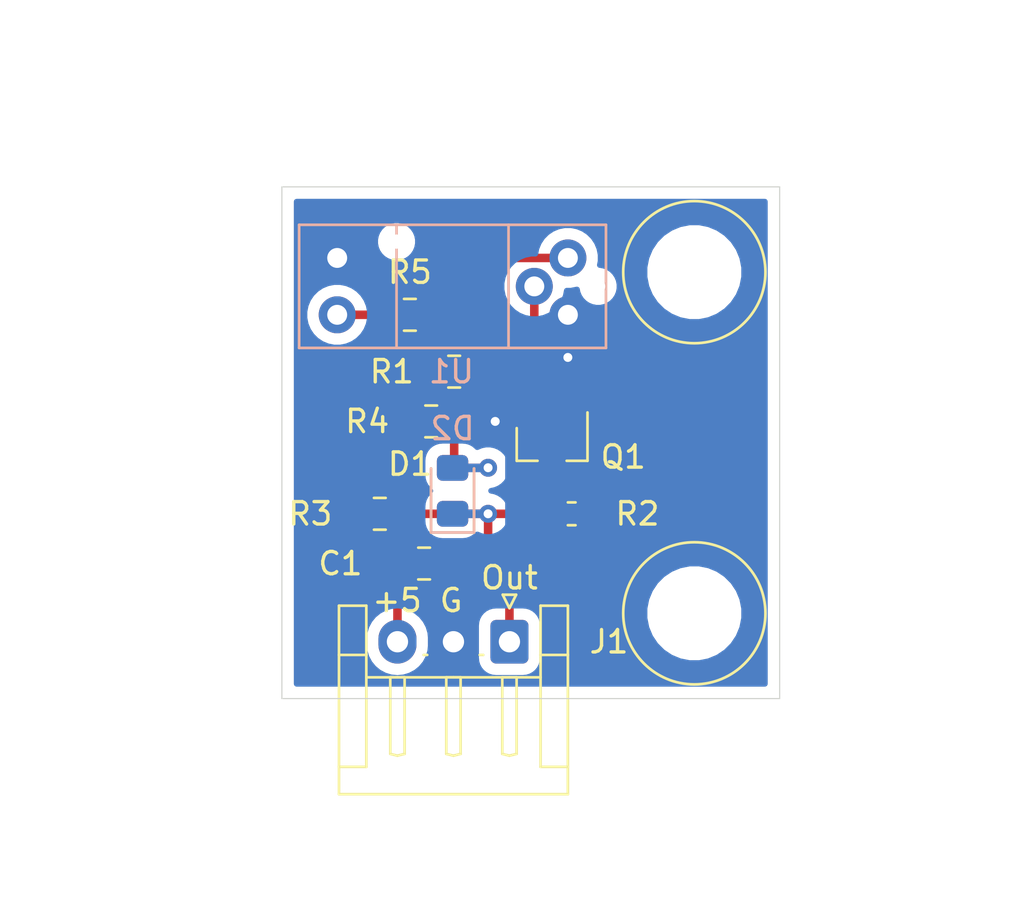
<source format=kicad_pcb>
(kicad_pcb (version 20171130) (host pcbnew "(5.1.5)-3")

  (general
    (thickness 1.6)
    (drawings 43)
    (tracks 61)
    (zones 0)
    (modules 13)
    (nets 7)
  )

  (page A4)
  (layers
    (0 F.Cu signal)
    (31 B.Cu signal)
    (32 B.Adhes user)
    (33 F.Adhes user)
    (34 B.Paste user)
    (35 F.Paste user)
    (36 B.SilkS user)
    (37 F.SilkS user)
    (38 B.Mask user)
    (39 F.Mask user)
    (40 Dwgs.User user)
    (41 Cmts.User user)
    (42 Eco1.User user)
    (43 Eco2.User user)
    (44 Edge.Cuts user)
    (45 Margin user)
    (46 B.CrtYd user)
    (47 F.CrtYd user hide)
    (48 B.Fab user hide)
    (49 F.Fab user hide)
  )

  (setup
    (last_trace_width 0.25)
    (user_trace_width 0.381)
    (trace_clearance 0.2)
    (zone_clearance 0.508)
    (zone_45_only no)
    (trace_min 0.2)
    (via_size 0.8)
    (via_drill 0.4)
    (via_min_size 0.4)
    (via_min_drill 0.3)
    (user_via 0.889 0.381)
    (uvia_size 0.3)
    (uvia_drill 0.1)
    (uvias_allowed no)
    (uvia_min_size 0.2)
    (uvia_min_drill 0.1)
    (edge_width 0.05)
    (segment_width 0.2)
    (pcb_text_width 0.3)
    (pcb_text_size 1.5 1.5)
    (mod_edge_width 0.12)
    (mod_text_size 1 1)
    (mod_text_width 0.15)
    (pad_size 3.175 3.175)
    (pad_drill 3.175)
    (pad_to_mask_clearance 0.051)
    (solder_mask_min_width 0.25)
    (aux_axis_origin 0 0)
    (grid_origin 139.065 63.5)
    (visible_elements 7FFFFFFF)
    (pcbplotparams
      (layerselection 0x010f0_ffffffff)
      (usegerberextensions false)
      (usegerberattributes false)
      (usegerberadvancedattributes false)
      (creategerberjobfile false)
      (excludeedgelayer true)
      (linewidth 0.100000)
      (plotframeref false)
      (viasonmask false)
      (mode 1)
      (useauxorigin false)
      (hpglpennumber 1)
      (hpglpenspeed 20)
      (hpglpendiameter 15.000000)
      (psnegative false)
      (psa4output false)
      (plotreference true)
      (plotvalue true)
      (plotinvisibletext false)
      (padsonsilk false)
      (subtractmaskfromsilk false)
      (outputformat 1)
      (mirror false)
      (drillshape 0)
      (scaleselection 1)
      (outputdirectory "./"))
  )

  (net 0 "")
  (net 1 GND)
  (net 2 +5V)
  (net 3 /Led+)
  (net 4 /Out)
  (net 5 /SensorOut)
  (net 6 /IntA)

  (net_class Default "This is the default net class."
    (clearance 0.2)
    (trace_width 0.25)
    (via_dia 0.8)
    (via_drill 0.4)
    (uvia_dia 0.3)
    (uvia_drill 0.1)
    (add_net +5V)
    (add_net /IntA)
    (add_net /Led+)
    (add_net /Out)
    (add_net /SensorOut)
    (add_net GND)
  )

  (module 0-MiscParts:OptoGP1A58HRJ00F (layer B.Cu) (tedit 5DE56C5D) (tstamp 5DE51686)
    (at 146.685 45.085 180)
    (path /5DE70797)
    (fp_text reference U1 (at 0.05 -3.81) (layer B.SilkS)
      (effects (font (size 1 1) (thickness 0.15)) (justify mirror))
    )
    (fp_text value OptoGP1A58HRJ00F (at 0 -4.55) (layer B.Fab)
      (effects (font (size 1 1) (thickness 0.15)) (justify mirror))
    )
    (fp_line (start 2.5 2.75) (end 2.5 -2.75) (layer B.SilkS) (width 0.12))
    (fp_line (start -2.5 2.75) (end -2.5 -2.75) (layer B.SilkS) (width 0.12))
    (fp_line (start -6.85 -2.75) (end -6.85 2.75) (layer B.SilkS) (width 0.12))
    (fp_line (start 6.85 -2.75) (end -6.85 -2.75) (layer B.SilkS) (width 0.12))
    (fp_line (start 6.85 2.75) (end 6.85 -2.75) (layer B.SilkS) (width 0.12))
    (fp_line (start -6.85 2.75) (end 6.85 2.75) (layer B.SilkS) (width 0.12))
    (pad "" np_thru_hole circle (at 2.5 2 180) (size 0.635 0.635) (drill 0.635) (layers *.Cu *.Mask))
    (pad "" np_thru_hole circle (at -6.5 0 180) (size 0.635 0.635) (drill 0.635) (layers *.Cu *.Mask))
    (pad 5 thru_hole circle (at -5.15 -1.27 180) (size 1.651 1.651) (drill 0.889) (layers *.Cu *.Mask)
      (net 1 GND))
    (pad 4 thru_hole circle (at -3.65 0 180) (size 1.651 1.651) (drill 0.889) (layers *.Cu *.Mask)
      (net 5 /SensorOut))
    (pad 3 thru_hole circle (at -5.15 1.27 180) (size 1.651 1.651) (drill 0.889) (layers *.Cu *.Mask)
      (net 2 +5V))
    (pad 2 thru_hole circle (at 5.15 1.27 180) (size 1.651 1.651) (drill 0.889) (layers *.Cu *.Mask)
      (net 1 GND))
    (pad 1 thru_hole circle (at 5.15 -1.27 180) (size 1.651 1.651) (drill 0.889) (layers *.Cu *.Mask)
      (net 6 /IntA))
  )

  (module Resistor_SMD:R_0805_2012Metric_Pad1.15x1.40mm_HandSolder (layer F.Cu) (tedit 5B36C52B) (tstamp 5DE51677)
    (at 144.78 46.355 180)
    (descr "Resistor SMD 0805 (2012 Metric), square (rectangular) end terminal, IPC_7351 nominal with elongated pad for handsoldering. (Body size source: https://docs.google.com/spreadsheets/d/1BsfQQcO9C6DZCsRaXUlFlo91Tg2WpOkGARC1WS5S8t0/edit?usp=sharing), generated with kicad-footprint-generator")
    (tags "resistor handsolder")
    (path /5DE787E1)
    (attr smd)
    (fp_text reference R5 (at 0 1.905) (layer F.SilkS)
      (effects (font (size 1 1) (thickness 0.15)))
    )
    (fp_text value R (at 0 1.65) (layer F.Fab)
      (effects (font (size 1 1) (thickness 0.15)))
    )
    (fp_text user %R (at 0 0) (layer F.Fab)
      (effects (font (size 0.5 0.5) (thickness 0.08)))
    )
    (fp_line (start 1.85 0.95) (end -1.85 0.95) (layer F.CrtYd) (width 0.05))
    (fp_line (start 1.85 -0.95) (end 1.85 0.95) (layer F.CrtYd) (width 0.05))
    (fp_line (start -1.85 -0.95) (end 1.85 -0.95) (layer F.CrtYd) (width 0.05))
    (fp_line (start -1.85 0.95) (end -1.85 -0.95) (layer F.CrtYd) (width 0.05))
    (fp_line (start -0.261252 0.71) (end 0.261252 0.71) (layer F.SilkS) (width 0.12))
    (fp_line (start -0.261252 -0.71) (end 0.261252 -0.71) (layer F.SilkS) (width 0.12))
    (fp_line (start 1 0.6) (end -1 0.6) (layer F.Fab) (width 0.1))
    (fp_line (start 1 -0.6) (end 1 0.6) (layer F.Fab) (width 0.1))
    (fp_line (start -1 -0.6) (end 1 -0.6) (layer F.Fab) (width 0.1))
    (fp_line (start -1 0.6) (end -1 -0.6) (layer F.Fab) (width 0.1))
    (pad 2 smd roundrect (at 1.025 0 180) (size 1.15 1.4) (layers F.Cu F.Paste F.Mask) (roundrect_rratio 0.217391)
      (net 6 /IntA))
    (pad 1 smd roundrect (at -1.025 0 180) (size 1.15 1.4) (layers F.Cu F.Paste F.Mask) (roundrect_rratio 0.217391)
      (net 2 +5V))
    (model ${KISYS3DMOD}/Resistor_SMD.3dshapes/R_0805_2012Metric.wrl
      (at (xyz 0 0 0))
      (scale (xyz 1 1 1))
      (rotate (xyz 0 0 0))
    )
  )

  (module LED_SMD:LED_0805_2012Metric_Pad1.15x1.40mm_HandSolder (layer B.Cu) (tedit 5B4B45C9) (tstamp 5DE51536)
    (at 146.685 54.22 90)
    (descr "LED SMD 0805 (2012 Metric), square (rectangular) end terminal, IPC_7351 nominal, (Body size source: https://docs.google.com/spreadsheets/d/1BsfQQcO9C6DZCsRaXUlFlo91Tg2WpOkGARC1WS5S8t0/edit?usp=sharing), generated with kicad-footprint-generator")
    (tags "LED handsolder")
    (path /5DE7E196)
    (attr smd)
    (fp_text reference D2 (at 2.785 0 180) (layer B.SilkS)
      (effects (font (size 1 1) (thickness 0.15)) (justify mirror))
    )
    (fp_text value LED (at 0 -1.65 90) (layer B.Fab)
      (effects (font (size 1 1) (thickness 0.15)) (justify mirror))
    )
    (fp_text user %R (at 0 0 90) (layer B.Fab)
      (effects (font (size 0.5 0.5) (thickness 0.08)) (justify mirror))
    )
    (fp_line (start 1.85 -0.95) (end -1.85 -0.95) (layer B.CrtYd) (width 0.05))
    (fp_line (start 1.85 0.95) (end 1.85 -0.95) (layer B.CrtYd) (width 0.05))
    (fp_line (start -1.85 0.95) (end 1.85 0.95) (layer B.CrtYd) (width 0.05))
    (fp_line (start -1.85 -0.95) (end -1.85 0.95) (layer B.CrtYd) (width 0.05))
    (fp_line (start -1.86 -0.96) (end 1 -0.96) (layer B.SilkS) (width 0.12))
    (fp_line (start -1.86 0.96) (end -1.86 -0.96) (layer B.SilkS) (width 0.12))
    (fp_line (start 1 0.96) (end -1.86 0.96) (layer B.SilkS) (width 0.12))
    (fp_line (start 1 -0.6) (end 1 0.6) (layer B.Fab) (width 0.1))
    (fp_line (start -1 -0.6) (end 1 -0.6) (layer B.Fab) (width 0.1))
    (fp_line (start -1 0.3) (end -1 -0.6) (layer B.Fab) (width 0.1))
    (fp_line (start -0.7 0.6) (end -1 0.3) (layer B.Fab) (width 0.1))
    (fp_line (start 1 0.6) (end -0.7 0.6) (layer B.Fab) (width 0.1))
    (pad 2 smd roundrect (at 1.025 0 90) (size 1.15 1.4) (layers B.Cu B.Paste B.Mask) (roundrect_rratio 0.217391)
      (net 3 /Led+))
    (pad 1 smd roundrect (at -1.025 0 90) (size 1.15 1.4) (layers B.Cu B.Paste B.Mask) (roundrect_rratio 0.217391)
      (net 4 /Out))
    (model ${KISYS3DMOD}/LED_SMD.3dshapes/LED_0805_2012Metric.wrl
      (at (xyz 0 0 0))
      (scale (xyz 1 1 1))
      (rotate (xyz 0 0 0))
    )
  )

  (module Resistor_SMD:R_0603_1608Metric_Pad1.05x0.95mm_HandSolder (layer F.Cu) (tedit 5B301BBD) (tstamp 5DE4E80C)
    (at 152.005 55.245)
    (descr "Resistor SMD 0603 (1608 Metric), square (rectangular) end terminal, IPC_7351 nominal with elongated pad for handsoldering. (Body size source: http://www.tortai-tech.com/upload/download/2011102023233369053.pdf), generated with kicad-footprint-generator")
    (tags "resistor handsolder")
    (path /5DE484AA)
    (attr smd)
    (fp_text reference R2 (at 2.935 0) (layer F.SilkS)
      (effects (font (size 1 1) (thickness 0.15)))
    )
    (fp_text value R (at 0 1.43) (layer F.Fab)
      (effects (font (size 1 1) (thickness 0.15)))
    )
    (fp_text user %R (at 0 0) (layer F.Fab)
      (effects (font (size 0.4 0.4) (thickness 0.06)))
    )
    (fp_line (start 1.65 0.73) (end -1.65 0.73) (layer F.CrtYd) (width 0.05))
    (fp_line (start 1.65 -0.73) (end 1.65 0.73) (layer F.CrtYd) (width 0.05))
    (fp_line (start -1.65 -0.73) (end 1.65 -0.73) (layer F.CrtYd) (width 0.05))
    (fp_line (start -1.65 0.73) (end -1.65 -0.73) (layer F.CrtYd) (width 0.05))
    (fp_line (start -0.171267 0.51) (end 0.171267 0.51) (layer F.SilkS) (width 0.12))
    (fp_line (start -0.171267 -0.51) (end 0.171267 -0.51) (layer F.SilkS) (width 0.12))
    (fp_line (start 0.8 0.4) (end -0.8 0.4) (layer F.Fab) (width 0.1))
    (fp_line (start 0.8 -0.4) (end 0.8 0.4) (layer F.Fab) (width 0.1))
    (fp_line (start -0.8 -0.4) (end 0.8 -0.4) (layer F.Fab) (width 0.1))
    (fp_line (start -0.8 0.4) (end -0.8 -0.4) (layer F.Fab) (width 0.1))
    (pad 2 smd roundrect (at 0.875 0) (size 1.05 0.95) (layers F.Cu F.Paste F.Mask) (roundrect_rratio 0.25)
      (net 5 /SensorOut))
    (pad 1 smd roundrect (at -0.875 0) (size 1.05 0.95) (layers F.Cu F.Paste F.Mask) (roundrect_rratio 0.25)
      (net 4 /Out))
    (model ${KISYS3DMOD}/Resistor_SMD.3dshapes/R_0603_1608Metric.wrl
      (at (xyz 0 0 0))
      (scale (xyz 1 1 1))
      (rotate (xyz 0 0 0))
    )
  )

  (module "0-MiscParts:MountingHole _1-8_1-4" (layer F.Cu) (tedit 5E22ED94) (tstamp 5DE51707)
    (at 157.48 44.45)
    (path /5DE64126)
    (fp_text reference H2 (at 0 2.032) (layer F.Fab)
      (effects (font (size 1 1) (thickness 0.15)))
    )
    (fp_text value MountingHole (at 0 -2.032) (layer F.Fab)
      (effects (font (size 1 1) (thickness 0.15)))
    )
    (fp_circle (center 0 0) (end 3.175 0) (layer F.SilkS) (width 0.12))
    (pad "" np_thru_hole circle (at 0 0) (size 3.175 3.175) (drill 3.175) (layers *.Cu *.Mask))
  )

  (module "0-MiscParts:MountingHole _1-8_1-4" (layer F.Cu) (tedit 5D5FAF04) (tstamp 5DE4F0AD)
    (at 157.48 59.69)
    (path /5DE63B03)
    (fp_text reference H1 (at 0 2.032) (layer F.Fab)
      (effects (font (size 1 1) (thickness 0.15)))
    )
    (fp_text value MountingHole (at 0 -2.032) (layer F.Fab)
      (effects (font (size 1 1) (thickness 0.15)))
    )
    (fp_circle (center 0 0) (end 3.175 0) (layer F.SilkS) (width 0.12))
    (pad "" np_thru_hole circle (at 0 0) (size 3.175 3.175) (drill 3.175) (layers *.Cu *.Mask))
  )

  (module Resistor_SMD:R_0805_2012Metric_Pad1.15x1.40mm_HandSolder (layer F.Cu) (tedit 5B36C52B) (tstamp 5DE4E7DC)
    (at 145.7325 51.1175)
    (descr "Resistor SMD 0805 (2012 Metric), square (rectangular) end terminal, IPC_7351 nominal with elongated pad for handsoldering. (Body size source: https://docs.google.com/spreadsheets/d/1BsfQQcO9C6DZCsRaXUlFlo91Tg2WpOkGARC1WS5S8t0/edit?usp=sharing), generated with kicad-footprint-generator")
    (tags "resistor handsolder")
    (path /5DE48C74)
    (attr smd)
    (fp_text reference R4 (at -2.8575 0) (layer F.SilkS)
      (effects (font (size 1 1) (thickness 0.15)))
    )
    (fp_text value R (at 0 1.65) (layer F.Fab)
      (effects (font (size 1 1) (thickness 0.15)))
    )
    (fp_text user %R (at 0 0) (layer F.Fab)
      (effects (font (size 0.5 0.5) (thickness 0.08)))
    )
    (fp_line (start 1.85 0.95) (end -1.85 0.95) (layer F.CrtYd) (width 0.05))
    (fp_line (start 1.85 -0.95) (end 1.85 0.95) (layer F.CrtYd) (width 0.05))
    (fp_line (start -1.85 -0.95) (end 1.85 -0.95) (layer F.CrtYd) (width 0.05))
    (fp_line (start -1.85 0.95) (end -1.85 -0.95) (layer F.CrtYd) (width 0.05))
    (fp_line (start -0.261252 0.71) (end 0.261252 0.71) (layer F.SilkS) (width 0.12))
    (fp_line (start -0.261252 -0.71) (end 0.261252 -0.71) (layer F.SilkS) (width 0.12))
    (fp_line (start 1 0.6) (end -1 0.6) (layer F.Fab) (width 0.1))
    (fp_line (start 1 -0.6) (end 1 0.6) (layer F.Fab) (width 0.1))
    (fp_line (start -1 -0.6) (end 1 -0.6) (layer F.Fab) (width 0.1))
    (fp_line (start -1 0.6) (end -1 -0.6) (layer F.Fab) (width 0.1))
    (pad 2 smd roundrect (at 1.025 0) (size 1.15 1.4) (layers F.Cu F.Paste F.Mask) (roundrect_rratio 0.217391)
      (net 3 /Led+))
    (pad 1 smd roundrect (at -1.025 0) (size 1.15 1.4) (layers F.Cu F.Paste F.Mask) (roundrect_rratio 0.217391)
      (net 2 +5V))
    (model ${KISYS3DMOD}/Resistor_SMD.3dshapes/R_0805_2012Metric.wrl
      (at (xyz 0 0 0))
      (scale (xyz 1 1 1))
      (rotate (xyz 0 0 0))
    )
  )

  (module Resistor_SMD:R_0805_2012Metric_Pad1.15x1.40mm_HandSolder (layer F.Cu) (tedit 5B36C52B) (tstamp 5DE4E86C)
    (at 143.4375 55.245)
    (descr "Resistor SMD 0805 (2012 Metric), square (rectangular) end terminal, IPC_7351 nominal with elongated pad for handsoldering. (Body size source: https://docs.google.com/spreadsheets/d/1BsfQQcO9C6DZCsRaXUlFlo91Tg2WpOkGARC1WS5S8t0/edit?usp=sharing), generated with kicad-footprint-generator")
    (tags "resistor handsolder")
    (path /5DE487CF)
    (attr smd)
    (fp_text reference R3 (at -3.1025 0) (layer F.SilkS)
      (effects (font (size 1 1) (thickness 0.15)))
    )
    (fp_text value R (at 0 1.65) (layer F.Fab)
      (effects (font (size 1 1) (thickness 0.15)))
    )
    (fp_text user %R (at 0 0) (layer F.Fab)
      (effects (font (size 0.5 0.5) (thickness 0.08)))
    )
    (fp_line (start 1.85 0.95) (end -1.85 0.95) (layer F.CrtYd) (width 0.05))
    (fp_line (start 1.85 -0.95) (end 1.85 0.95) (layer F.CrtYd) (width 0.05))
    (fp_line (start -1.85 -0.95) (end 1.85 -0.95) (layer F.CrtYd) (width 0.05))
    (fp_line (start -1.85 0.95) (end -1.85 -0.95) (layer F.CrtYd) (width 0.05))
    (fp_line (start -0.261252 0.71) (end 0.261252 0.71) (layer F.SilkS) (width 0.12))
    (fp_line (start -0.261252 -0.71) (end 0.261252 -0.71) (layer F.SilkS) (width 0.12))
    (fp_line (start 1 0.6) (end -1 0.6) (layer F.Fab) (width 0.1))
    (fp_line (start 1 -0.6) (end 1 0.6) (layer F.Fab) (width 0.1))
    (fp_line (start -1 -0.6) (end 1 -0.6) (layer F.Fab) (width 0.1))
    (fp_line (start -1 0.6) (end -1 -0.6) (layer F.Fab) (width 0.1))
    (pad 2 smd roundrect (at 1.025 0) (size 1.15 1.4) (layers F.Cu F.Paste F.Mask) (roundrect_rratio 0.217391)
      (net 4 /Out))
    (pad 1 smd roundrect (at -1.025 0) (size 1.15 1.4) (layers F.Cu F.Paste F.Mask) (roundrect_rratio 0.217391)
      (net 2 +5V))
    (model ${KISYS3DMOD}/Resistor_SMD.3dshapes/R_0805_2012Metric.wrl
      (at (xyz 0 0 0))
      (scale (xyz 1 1 1))
      (rotate (xyz 0 0 0))
    )
  )

  (module Resistor_SMD:R_0805_2012Metric_Pad1.15x1.40mm_HandSolder (layer F.Cu) (tedit 5B36C52B) (tstamp 5DE4E8F9)
    (at 146.7575 48.895)
    (descr "Resistor SMD 0805 (2012 Metric), square (rectangular) end terminal, IPC_7351 nominal with elongated pad for handsoldering. (Body size source: https://docs.google.com/spreadsheets/d/1BsfQQcO9C6DZCsRaXUlFlo91Tg2WpOkGARC1WS5S8t0/edit?usp=sharing), generated with kicad-footprint-generator")
    (tags "resistor handsolder")
    (path /5DE49315)
    (attr smd)
    (fp_text reference R1 (at -2.785 0) (layer F.SilkS)
      (effects (font (size 1 1) (thickness 0.15)))
    )
    (fp_text value R (at 0 1.65) (layer F.Fab)
      (effects (font (size 1 1) (thickness 0.15)))
    )
    (fp_text user %R (at 0 0) (layer F.Fab)
      (effects (font (size 0.5 0.5) (thickness 0.08)))
    )
    (fp_line (start 1.85 0.95) (end -1.85 0.95) (layer F.CrtYd) (width 0.05))
    (fp_line (start 1.85 -0.95) (end 1.85 0.95) (layer F.CrtYd) (width 0.05))
    (fp_line (start -1.85 -0.95) (end 1.85 -0.95) (layer F.CrtYd) (width 0.05))
    (fp_line (start -1.85 0.95) (end -1.85 -0.95) (layer F.CrtYd) (width 0.05))
    (fp_line (start -0.261252 0.71) (end 0.261252 0.71) (layer F.SilkS) (width 0.12))
    (fp_line (start -0.261252 -0.71) (end 0.261252 -0.71) (layer F.SilkS) (width 0.12))
    (fp_line (start 1 0.6) (end -1 0.6) (layer F.Fab) (width 0.1))
    (fp_line (start 1 -0.6) (end 1 0.6) (layer F.Fab) (width 0.1))
    (fp_line (start -1 -0.6) (end 1 -0.6) (layer F.Fab) (width 0.1))
    (fp_line (start -1 0.6) (end -1 -0.6) (layer F.Fab) (width 0.1))
    (pad 2 smd roundrect (at 1.025 0) (size 1.15 1.4) (layers F.Cu F.Paste F.Mask) (roundrect_rratio 0.217391)
      (net 5 /SensorOut))
    (pad 1 smd roundrect (at -1.025 0) (size 1.15 1.4) (layers F.Cu F.Paste F.Mask) (roundrect_rratio 0.217391)
      (net 2 +5V))
    (model ${KISYS3DMOD}/Resistor_SMD.3dshapes/R_0805_2012Metric.wrl
      (at (xyz 0 0 0))
      (scale (xyz 1 1 1))
      (rotate (xyz 0 0 0))
    )
  )

  (module Package_TO_SOT_SMD:SOT-23 (layer F.Cu) (tedit 5A02FF57) (tstamp 5DE4E8A0)
    (at 151.13 52.1175 270)
    (descr "SOT-23, Standard")
    (tags SOT-23)
    (path /5DE47943)
    (attr smd)
    (fp_text reference Q1 (at 0.5875 -3.175 180) (layer F.SilkS)
      (effects (font (size 1 1) (thickness 0.15)))
    )
    (fp_text value Q_NMOS_GSD (at 0 2.5 90) (layer F.Fab)
      (effects (font (size 1 1) (thickness 0.15)))
    )
    (fp_line (start 0.76 1.58) (end -0.7 1.58) (layer F.SilkS) (width 0.12))
    (fp_line (start 0.76 -1.58) (end -1.4 -1.58) (layer F.SilkS) (width 0.12))
    (fp_line (start -1.7 1.75) (end -1.7 -1.75) (layer F.CrtYd) (width 0.05))
    (fp_line (start 1.7 1.75) (end -1.7 1.75) (layer F.CrtYd) (width 0.05))
    (fp_line (start 1.7 -1.75) (end 1.7 1.75) (layer F.CrtYd) (width 0.05))
    (fp_line (start -1.7 -1.75) (end 1.7 -1.75) (layer F.CrtYd) (width 0.05))
    (fp_line (start 0.76 -1.58) (end 0.76 -0.65) (layer F.SilkS) (width 0.12))
    (fp_line (start 0.76 1.58) (end 0.76 0.65) (layer F.SilkS) (width 0.12))
    (fp_line (start -0.7 1.52) (end 0.7 1.52) (layer F.Fab) (width 0.1))
    (fp_line (start 0.7 -1.52) (end 0.7 1.52) (layer F.Fab) (width 0.1))
    (fp_line (start -0.7 -0.95) (end -0.15 -1.52) (layer F.Fab) (width 0.1))
    (fp_line (start -0.15 -1.52) (end 0.7 -1.52) (layer F.Fab) (width 0.1))
    (fp_line (start -0.7 -0.95) (end -0.7 1.5) (layer F.Fab) (width 0.1))
    (fp_text user %R (at 0 0) (layer F.Fab)
      (effects (font (size 0.5 0.5) (thickness 0.075)))
    )
    (pad 3 smd rect (at 1 0 270) (size 0.9 0.8) (layers F.Cu F.Paste F.Mask)
      (net 4 /Out))
    (pad 2 smd rect (at -1 0.95 270) (size 0.9 0.8) (layers F.Cu F.Paste F.Mask)
      (net 1 GND))
    (pad 1 smd rect (at -1 -0.95 270) (size 0.9 0.8) (layers F.Cu F.Paste F.Mask)
      (net 5 /SensorOut))
    (model ${KISYS3DMOD}/Package_TO_SOT_SMD.3dshapes/SOT-23.wrl
      (at (xyz 0 0 0))
      (scale (xyz 1 1 1))
      (rotate (xyz 0 0 0))
    )
  )

  (module Connector_JST:JST_EH_S3B-EH_1x03_P2.50mm_Horizontal (layer F.Cu) (tedit 5C281425) (tstamp 5DE4E39F)
    (at 149.225 60.96 180)
    (descr "JST EH series connector, S3B-EH (http://www.jst-mfg.com/product/pdf/eng/eEH.pdf), generated with kicad-footprint-generator")
    (tags "connector JST EH horizontal")
    (path /5DE4A403)
    (fp_text reference J1 (at -4.445 0) (layer F.SilkS)
      (effects (font (size 1 1) (thickness 0.15)))
    )
    (fp_text value Conn_01x03 (at 2.5 2.7) (layer F.Fab)
      (effects (font (size 1 1) (thickness 0.15)))
    )
    (fp_text user %R (at 2.5 -2.6) (layer F.Fab)
      (effects (font (size 1 1) (thickness 0.15)))
    )
    (fp_line (start 0 -1.407107) (end 0.5 -0.7) (layer F.Fab) (width 0.1))
    (fp_line (start -0.5 -0.7) (end 0 -1.407107) (layer F.Fab) (width 0.1))
    (fp_line (start 0.3 2.1) (end 0 1.5) (layer F.SilkS) (width 0.12))
    (fp_line (start -0.3 2.1) (end 0.3 2.1) (layer F.SilkS) (width 0.12))
    (fp_line (start 0 1.5) (end -0.3 2.1) (layer F.SilkS) (width 0.12))
    (fp_line (start 5.32 -1.59) (end 5 -1.59) (layer F.SilkS) (width 0.12))
    (fp_line (start 5.32 -5.01) (end 5.32 -1.59) (layer F.SilkS) (width 0.12))
    (fp_line (start 5 -5.09) (end 5.32 -5.01) (layer F.SilkS) (width 0.12))
    (fp_line (start 4.68 -5.01) (end 5 -5.09) (layer F.SilkS) (width 0.12))
    (fp_line (start 4.68 -1.59) (end 4.68 -5.01) (layer F.SilkS) (width 0.12))
    (fp_line (start 5 -1.59) (end 4.68 -1.59) (layer F.SilkS) (width 0.12))
    (fp_line (start 3.67 -0.59) (end 3.83 -0.59) (layer F.SilkS) (width 0.12))
    (fp_line (start 2.82 -1.59) (end 2.5 -1.59) (layer F.SilkS) (width 0.12))
    (fp_line (start 2.82 -5.01) (end 2.82 -1.59) (layer F.SilkS) (width 0.12))
    (fp_line (start 2.5 -5.09) (end 2.82 -5.01) (layer F.SilkS) (width 0.12))
    (fp_line (start 2.18 -5.01) (end 2.5 -5.09) (layer F.SilkS) (width 0.12))
    (fp_line (start 2.18 -1.59) (end 2.18 -5.01) (layer F.SilkS) (width 0.12))
    (fp_line (start 2.5 -1.59) (end 2.18 -1.59) (layer F.SilkS) (width 0.12))
    (fp_line (start 1.17 -0.59) (end 1.33 -0.59) (layer F.SilkS) (width 0.12))
    (fp_line (start 0.32 -1.59) (end 0 -1.59) (layer F.SilkS) (width 0.12))
    (fp_line (start 0.32 -5.01) (end 0.32 -1.59) (layer F.SilkS) (width 0.12))
    (fp_line (start 0 -5.09) (end 0.32 -5.01) (layer F.SilkS) (width 0.12))
    (fp_line (start -0.32 -5.01) (end 0 -5.09) (layer F.SilkS) (width 0.12))
    (fp_line (start -0.32 -1.59) (end -0.32 -5.01) (layer F.SilkS) (width 0.12))
    (fp_line (start 0 -1.59) (end -0.32 -1.59) (layer F.SilkS) (width 0.12))
    (fp_line (start -1.39 -1.59) (end 6.39 -1.59) (layer F.SilkS) (width 0.12))
    (fp_line (start 6.39 -0.59) (end 7.61 -0.59) (layer F.SilkS) (width 0.12))
    (fp_line (start 6.39 -5.59) (end 6.39 -0.59) (layer F.SilkS) (width 0.12))
    (fp_line (start 7.61 -5.59) (end 6.39 -5.59) (layer F.SilkS) (width 0.12))
    (fp_line (start -1.39 -0.59) (end -2.61 -0.59) (layer F.SilkS) (width 0.12))
    (fp_line (start -1.39 -5.59) (end -1.39 -0.59) (layer F.SilkS) (width 0.12))
    (fp_line (start -2.61 -5.59) (end -1.39 -5.59) (layer F.SilkS) (width 0.12))
    (fp_line (start 6.39 1.61) (end 6.39 -0.59) (layer F.SilkS) (width 0.12))
    (fp_line (start 7.61 1.61) (end 6.39 1.61) (layer F.SilkS) (width 0.12))
    (fp_line (start 7.61 -6.81) (end 7.61 1.61) (layer F.SilkS) (width 0.12))
    (fp_line (start -2.61 -6.81) (end 7.61 -6.81) (layer F.SilkS) (width 0.12))
    (fp_line (start -2.61 1.61) (end -2.61 -6.81) (layer F.SilkS) (width 0.12))
    (fp_line (start -1.39 1.61) (end -2.61 1.61) (layer F.SilkS) (width 0.12))
    (fp_line (start -1.39 -0.59) (end -1.39 1.61) (layer F.SilkS) (width 0.12))
    (fp_line (start 8 -7.2) (end -3 -7.2) (layer F.CrtYd) (width 0.05))
    (fp_line (start 8 2) (end 8 -7.2) (layer F.CrtYd) (width 0.05))
    (fp_line (start -3 2) (end 8 2) (layer F.CrtYd) (width 0.05))
    (fp_line (start -3 -7.2) (end -3 2) (layer F.CrtYd) (width 0.05))
    (fp_line (start 6.5 -0.7) (end -1.5 -0.7) (layer F.Fab) (width 0.1))
    (fp_line (start 6.5 1.5) (end 6.5 -0.7) (layer F.Fab) (width 0.1))
    (fp_line (start 7.5 1.5) (end 6.5 1.5) (layer F.Fab) (width 0.1))
    (fp_line (start 7.5 -6.7) (end 7.5 1.5) (layer F.Fab) (width 0.1))
    (fp_line (start -2.5 -6.7) (end 7.5 -6.7) (layer F.Fab) (width 0.1))
    (fp_line (start -2.5 1.5) (end -2.5 -6.7) (layer F.Fab) (width 0.1))
    (fp_line (start -1.5 1.5) (end -2.5 1.5) (layer F.Fab) (width 0.1))
    (fp_line (start -1.5 -0.7) (end -1.5 1.5) (layer F.Fab) (width 0.1))
    (pad 3 thru_hole oval (at 5 0 180) (size 1.7 1.95) (drill 0.95) (layers *.Cu *.Mask)
      (net 2 +5V))
    (pad 2 thru_hole oval (at 2.5 0 180) (size 1.7 1.95) (drill 0.95) (layers *.Cu *.Mask)
      (net 1 GND))
    (pad 1 thru_hole roundrect (at 0 0 180) (size 1.7 1.95) (drill 0.95) (layers *.Cu *.Mask) (roundrect_rratio 0.147059)
      (net 4 /Out))
    (model ${KISYS3DMOD}/Connector_JST.3dshapes/JST_EH_S3B-EH_1x03_P2.50mm_Horizontal.wrl
      (at (xyz 0 0 0))
      (scale (xyz 1 1 1))
      (rotate (xyz 0 0 0))
    )
  )

  (module LED_SMD:LED_0805_2012Metric_Pad1.15x1.40mm_HandSolder (layer F.Cu) (tedit 5B4B45C9) (tstamp 5DE4E364)
    (at 146.685 54.22 90)
    (descr "LED SMD 0805 (2012 Metric), square (rectangular) end terminal, IPC_7351 nominal, (Body size source: https://docs.google.com/spreadsheets/d/1BsfQQcO9C6DZCsRaXUlFlo91Tg2WpOkGARC1WS5S8t0/edit?usp=sharing), generated with kicad-footprint-generator")
    (tags "LED handsolder")
    (path /5DE4975F)
    (attr smd)
    (fp_text reference D1 (at 1.1975 -1.905 180) (layer F.SilkS)
      (effects (font (size 1 1) (thickness 0.15)))
    )
    (fp_text value LED (at 0 1.65 90) (layer F.Fab)
      (effects (font (size 1 1) (thickness 0.15)))
    )
    (fp_text user %R (at 0 0 90) (layer F.Fab)
      (effects (font (size 0.5 0.5) (thickness 0.08)))
    )
    (fp_line (start 1.85 0.95) (end -1.85 0.95) (layer F.CrtYd) (width 0.05))
    (fp_line (start 1.85 -0.95) (end 1.85 0.95) (layer F.CrtYd) (width 0.05))
    (fp_line (start -1.85 -0.95) (end 1.85 -0.95) (layer F.CrtYd) (width 0.05))
    (fp_line (start -1.85 0.95) (end -1.85 -0.95) (layer F.CrtYd) (width 0.05))
    (fp_line (start -1.86 0.96) (end 1 0.96) (layer F.SilkS) (width 0.12))
    (fp_line (start -1.86 -0.96) (end -1.86 0.96) (layer F.SilkS) (width 0.12))
    (fp_line (start 1 -0.96) (end -1.86 -0.96) (layer F.SilkS) (width 0.12))
    (fp_line (start 1 0.6) (end 1 -0.6) (layer F.Fab) (width 0.1))
    (fp_line (start -1 0.6) (end 1 0.6) (layer F.Fab) (width 0.1))
    (fp_line (start -1 -0.3) (end -1 0.6) (layer F.Fab) (width 0.1))
    (fp_line (start -0.7 -0.6) (end -1 -0.3) (layer F.Fab) (width 0.1))
    (fp_line (start 1 -0.6) (end -0.7 -0.6) (layer F.Fab) (width 0.1))
    (pad 2 smd roundrect (at 1.025 0 90) (size 1.15 1.4) (layers F.Cu F.Paste F.Mask) (roundrect_rratio 0.217391)
      (net 3 /Led+))
    (pad 1 smd roundrect (at -1.025 0 90) (size 1.15 1.4) (layers F.Cu F.Paste F.Mask) (roundrect_rratio 0.217391)
      (net 4 /Out))
    (model ${KISYS3DMOD}/LED_SMD.3dshapes/LED_0805_2012Metric.wrl
      (at (xyz 0 0 0))
      (scale (xyz 1 1 1))
      (rotate (xyz 0 0 0))
    )
  )

  (module Capacitor_SMD:C_0805_2012Metric_Pad1.15x1.40mm_HandSolder (layer F.Cu) (tedit 5B36C52B) (tstamp 5DE4E7AC)
    (at 145.415 57.4675)
    (descr "Capacitor SMD 0805 (2012 Metric), square (rectangular) end terminal, IPC_7351 nominal with elongated pad for handsoldering. (Body size source: https://docs.google.com/spreadsheets/d/1BsfQQcO9C6DZCsRaXUlFlo91Tg2WpOkGARC1WS5S8t0/edit?usp=sharing), generated with kicad-footprint-generator")
    (tags "capacitor handsolder")
    (path /5DE480D5)
    (attr smd)
    (fp_text reference C1 (at -3.7375 0) (layer F.SilkS)
      (effects (font (size 1 1) (thickness 0.15)))
    )
    (fp_text value C (at 0 1.65) (layer F.Fab)
      (effects (font (size 1 1) (thickness 0.15)))
    )
    (fp_text user %R (at 0 0) (layer F.Fab)
      (effects (font (size 0.5 0.5) (thickness 0.08)))
    )
    (fp_line (start 1.85 0.95) (end -1.85 0.95) (layer F.CrtYd) (width 0.05))
    (fp_line (start 1.85 -0.95) (end 1.85 0.95) (layer F.CrtYd) (width 0.05))
    (fp_line (start -1.85 -0.95) (end 1.85 -0.95) (layer F.CrtYd) (width 0.05))
    (fp_line (start -1.85 0.95) (end -1.85 -0.95) (layer F.CrtYd) (width 0.05))
    (fp_line (start -0.261252 0.71) (end 0.261252 0.71) (layer F.SilkS) (width 0.12))
    (fp_line (start -0.261252 -0.71) (end 0.261252 -0.71) (layer F.SilkS) (width 0.12))
    (fp_line (start 1 0.6) (end -1 0.6) (layer F.Fab) (width 0.1))
    (fp_line (start 1 -0.6) (end 1 0.6) (layer F.Fab) (width 0.1))
    (fp_line (start -1 -0.6) (end 1 -0.6) (layer F.Fab) (width 0.1))
    (fp_line (start -1 0.6) (end -1 -0.6) (layer F.Fab) (width 0.1))
    (pad 2 smd roundrect (at 1.025 0) (size 1.15 1.4) (layers F.Cu F.Paste F.Mask) (roundrect_rratio 0.217391)
      (net 1 GND))
    (pad 1 smd roundrect (at -1.025 0) (size 1.15 1.4) (layers F.Cu F.Paste F.Mask) (roundrect_rratio 0.217391)
      (net 2 +5V))
    (model ${KISYS3DMOD}/Capacitor_SMD.3dshapes/C_0805_2012Metric.wrl
      (at (xyz 0 0 0))
      (scale (xyz 1 1 1))
      (rotate (xyz 0 0 0))
    )
  )

  (dimension 1.905 (width 0.15) (layer Dwgs.User)
    (gr_text "0.0750 in" (at 138.1125 35.53) (layer Dwgs.User)
      (effects (font (size 1 1) (thickness 0.15)))
    )
    (feature1 (pts (xy 137.16 41.91) (xy 137.16 36.243579)))
    (feature2 (pts (xy 139.065 41.91) (xy 139.065 36.243579)))
    (crossbar (pts (xy 139.065 36.83) (xy 137.16 36.83)))
    (arrow1a (pts (xy 137.16 36.83) (xy 138.286504 36.243579)))
    (arrow1b (pts (xy 137.16 36.83) (xy 138.286504 37.416421)))
    (arrow2a (pts (xy 139.065 36.83) (xy 137.938496 36.243579)))
    (arrow2b (pts (xy 139.065 36.83) (xy 137.938496 37.416421)))
  )
  (dimension 17.145 (width 0.15) (layer Dwgs.User)
    (gr_text "0.6750 in" (at 145.7325 38.07) (layer Dwgs.User)
      (effects (font (size 1 1) (thickness 0.15)))
    )
    (feature1 (pts (xy 154.305 41.91) (xy 154.305 38.783579)))
    (feature2 (pts (xy 137.16 41.91) (xy 137.16 38.783579)))
    (crossbar (pts (xy 137.16 39.37) (xy 154.305 39.37)))
    (arrow1a (pts (xy 154.305 39.37) (xy 153.178496 39.956421)))
    (arrow1b (pts (xy 154.305 39.37) (xy 153.178496 38.783579)))
    (arrow2a (pts (xy 137.16 39.37) (xy 138.286504 39.956421)))
    (arrow2b (pts (xy 137.16 39.37) (xy 138.286504 38.783579)))
  )
  (dimension 9.525 (width 0.15) (layer Dwgs.User)
    (gr_text "0.3750 in" (at 132.05 43.4975 270) (layer Dwgs.User)
      (effects (font (size 1 1) (thickness 0.15)))
    )
    (feature1 (pts (xy 139.065 48.26) (xy 132.763579 48.26)))
    (feature2 (pts (xy 139.065 38.735) (xy 132.763579 38.735)))
    (crossbar (pts (xy 133.35 38.735) (xy 133.35 48.26)))
    (arrow1a (pts (xy 133.35 48.26) (xy 132.763579 47.133496)))
    (arrow1b (pts (xy 133.35 48.26) (xy 133.936421 47.133496)))
    (arrow2a (pts (xy 133.35 38.735) (xy 132.763579 39.861504)))
    (arrow2b (pts (xy 133.35 38.735) (xy 133.936421 39.861504)))
  )
  (dimension 3.175 (width 0.15) (layer Dwgs.User)
    (gr_text "0.1250 in" (at 130.145 40.3225 270) (layer Dwgs.User)
      (effects (font (size 1 1) (thickness 0.15)))
    )
    (feature1 (pts (xy 137.16 41.91) (xy 130.858579 41.91)))
    (feature2 (pts (xy 137.16 38.735) (xy 130.858579 38.735)))
    (crossbar (pts (xy 131.445 38.735) (xy 131.445 41.91)))
    (arrow1a (pts (xy 131.445 41.91) (xy 130.858579 40.783496)))
    (arrow1b (pts (xy 131.445 41.91) (xy 132.031421 40.783496)))
    (arrow2a (pts (xy 131.445 38.735) (xy 130.858579 39.861504)))
    (arrow2b (pts (xy 131.445 38.735) (xy 132.031421 39.861504)))
  )
  (gr_line (start 139.065 41.91) (end 139.065 48.26) (layer Dwgs.User) (width 0.15) (tstamp 5EFD83FF))
  (gr_line (start 154.305 48.26) (end 154.305 41.91) (layer Dwgs.User) (width 0.15))
  (gr_line (start 139.065 48.26) (end 154.305 48.26) (layer Dwgs.User) (width 0.15))
  (dimension 6.35 (width 0.15) (layer Dwgs.User)
    (gr_text "0.2500 in" (at 130.78 62.23 90) (layer Dwgs.User)
      (effects (font (size 1 1) (thickness 0.15)))
    )
    (feature1 (pts (xy 137.16 59.055) (xy 131.493579 59.055)))
    (feature2 (pts (xy 137.16 65.405) (xy 131.493579 65.405)))
    (crossbar (pts (xy 132.08 65.405) (xy 132.08 59.055)))
    (arrow1a (pts (xy 132.08 59.055) (xy 132.666421 60.181504)))
    (arrow1b (pts (xy 132.08 59.055) (xy 131.493579 60.181504)))
    (arrow2a (pts (xy 132.08 65.405) (xy 132.666421 64.278496)))
    (arrow2b (pts (xy 132.08 65.405) (xy 131.493579 64.278496)))
  )
  (dimension 5.715 (width 0.15) (layer Dwgs.User)
    (gr_text "0.2250 in" (at 160.3375 67.975) (layer Dwgs.User)
      (effects (font (size 1 1) (thickness 0.15)))
    )
    (feature1 (pts (xy 163.195 64.135) (xy 163.195 67.261421)))
    (feature2 (pts (xy 157.48 64.135) (xy 157.48 67.261421)))
    (crossbar (pts (xy 157.48 66.675) (xy 163.195 66.675)))
    (arrow1a (pts (xy 163.195 66.675) (xy 162.068496 67.261421)))
    (arrow1b (pts (xy 163.195 66.675) (xy 162.068496 66.088579)))
    (arrow2a (pts (xy 157.48 66.675) (xy 158.606504 67.261421)))
    (arrow2b (pts (xy 157.48 66.675) (xy 158.606504 66.088579)))
  )
  (dimension 10.795 (width 0.15) (layer Dwgs.User)
    (gr_text "0.4250 in" (at 157.7975 73.69) (layer Dwgs.User)
      (effects (font (size 1 1) (thickness 0.15)))
    )
    (feature1 (pts (xy 163.195 65.405) (xy 163.195 72.976421)))
    (feature2 (pts (xy 152.4 65.405) (xy 152.4 72.976421)))
    (crossbar (pts (xy 152.4 72.39) (xy 163.195 72.39)))
    (arrow1a (pts (xy 163.195 72.39) (xy 162.068496 72.976421)))
    (arrow1b (pts (xy 163.195 72.39) (xy 162.068496 71.803579)))
    (arrow2a (pts (xy 152.4 72.39) (xy 153.526504 72.976421)))
    (arrow2b (pts (xy 152.4 72.39) (xy 153.526504 71.803579)))
  )
  (dimension 3.81 (width 0.15) (layer Dwgs.User)
    (gr_text "0.1500 in" (at 139.065 73.69) (layer Dwgs.User)
      (effects (font (size 1 1) (thickness 0.15)))
    )
    (feature1 (pts (xy 140.97 65.405) (xy 140.97 72.976421)))
    (feature2 (pts (xy 137.16 65.405) (xy 137.16 72.976421)))
    (crossbar (pts (xy 137.16 72.39) (xy 140.97 72.39)))
    (arrow1a (pts (xy 140.97 72.39) (xy 139.843496 72.976421)))
    (arrow1b (pts (xy 140.97 72.39) (xy 139.843496 71.803579)))
    (arrow2a (pts (xy 137.16 72.39) (xy 138.286504 72.976421)))
    (arrow2b (pts (xy 137.16 72.39) (xy 138.286504 71.803579)))
  )
  (dimension 26.67 (width 0.15) (layer Dwgs.User)
    (gr_text "1.0500 in" (at 170.845 52.07 270) (layer Dwgs.User)
      (effects (font (size 1 1) (thickness 0.15)))
    )
    (feature1 (pts (xy 163.195 65.405) (xy 170.131421 65.405)))
    (feature2 (pts (xy 163.195 38.735) (xy 170.131421 38.735)))
    (crossbar (pts (xy 169.545 38.735) (xy 169.545 65.405)))
    (arrow1a (pts (xy 169.545 65.405) (xy 168.958579 64.278496)))
    (arrow1b (pts (xy 169.545 65.405) (xy 170.131421 64.278496)))
    (arrow2a (pts (xy 169.545 38.735) (xy 168.958579 39.861504)))
    (arrow2b (pts (xy 169.545 38.735) (xy 170.131421 39.861504)))
  )
  (dimension 26.035 (width 0.15) (layer Dwgs.User)
    (gr_text "1.0250 in" (at 150.1775 32.99) (layer Dwgs.User)
      (effects (font (size 1 1) (thickness 0.15)))
    )
    (feature1 (pts (xy 163.195 38.735) (xy 163.195 33.703579)))
    (feature2 (pts (xy 137.16 38.735) (xy 137.16 33.703579)))
    (crossbar (pts (xy 137.16 34.29) (xy 163.195 34.29)))
    (arrow1a (pts (xy 163.195 34.29) (xy 162.068496 34.876421)))
    (arrow1b (pts (xy 163.195 34.29) (xy 162.068496 33.703579)))
    (arrow2a (pts (xy 137.16 34.29) (xy 138.286504 34.876421)))
    (arrow2b (pts (xy 137.16 34.29) (xy 138.286504 33.703579)))
  )
  (gr_line (start 137.16 65.405) (end 140.97 65.405) (layer Dwgs.User) (width 0.15))
  (gr_line (start 137.16 38.735) (end 137.16 65.405) (layer Dwgs.User) (width 0.15))
  (gr_line (start 163.195 38.735) (end 137.16 38.735) (layer Dwgs.User) (width 0.15))
  (gr_line (start 163.195 65.405) (end 163.195 38.735) (layer Dwgs.User) (width 0.15))
  (gr_line (start 152.4 65.405) (end 163.195 65.405) (layer Dwgs.User) (width 0.15))
  (gr_line (start 152.4 62.23) (end 152.4 65.405) (layer Dwgs.User) (width 0.15))
  (gr_line (start 140.97 62.23) (end 140.335 62.23) (layer Dwgs.User) (width 0.15))
  (gr_line (start 140.97 59.055) (end 140.97 65.405) (layer Dwgs.User) (width 0.15))
  (gr_line (start 152.4 59.055) (end 152.4 62.23) (layer Dwgs.User) (width 0.15))
  (gr_line (start 140.97 59.055) (end 152.4 59.055) (layer Dwgs.User) (width 0.15))
  (dimension 19.685 (width 0.15) (layer Dwgs.User)
    (gr_text "0.7750 in" (at 150.1775 71.15) (layer Dwgs.User)
      (effects (font (size 1 1) (thickness 0.15)))
    )
    (feature1 (pts (xy 160.02 62.23) (xy 160.02 70.436421)))
    (feature2 (pts (xy 140.335 62.23) (xy 140.335 70.436421)))
    (crossbar (pts (xy 140.335 69.85) (xy 160.02 69.85)))
    (arrow1a (pts (xy 160.02 69.85) (xy 158.893496 70.436421)))
    (arrow1b (pts (xy 160.02 69.85) (xy 158.893496 69.263579)))
    (arrow2a (pts (xy 140.335 69.85) (xy 141.461504 70.436421)))
    (arrow2b (pts (xy 140.335 69.85) (xy 141.461504 69.263579)))
  )
  (dimension 20.32 (width 0.15) (layer Dwgs.User)
    (gr_text "0.8000 in" (at 133.32 52.07 270) (layer Dwgs.User)
      (effects (font (size 1 1) (thickness 0.15)))
    )
    (feature1 (pts (xy 140.335 62.23) (xy 134.033579 62.23)))
    (feature2 (pts (xy 140.335 41.91) (xy 134.033579 41.91)))
    (crossbar (pts (xy 134.62 41.91) (xy 134.62 62.23)))
    (arrow1a (pts (xy 134.62 62.23) (xy 134.033579 61.103496)))
    (arrow1b (pts (xy 134.62 62.23) (xy 135.206421 61.103496)))
    (arrow2a (pts (xy 134.62 41.91) (xy 134.033579 43.036504)))
    (arrow2b (pts (xy 134.62 41.91) (xy 135.206421 43.036504)))
  )
  (gr_line (start 140.335 62.23) (end 140.335 41.91) (layer Dwgs.User) (width 0.15) (tstamp 5EFCD60C))
  (gr_line (start 160.02 62.23) (end 152.4 62.23) (layer Dwgs.User) (width 0.15))
  (gr_line (start 160.02 41.91) (end 160.02 62.23) (layer Dwgs.User) (width 0.15))
  (gr_line (start 140.335 41.91) (end 160.02 41.91) (layer Dwgs.User) (width 0.15))
  (dimension 22.225 (width 0.15) (layer Dwgs.User)
    (gr_text "0.8750 in" (at 150.1775 35.53) (layer Dwgs.User)
      (effects (font (size 1 1) (thickness 0.15)))
    )
    (feature1 (pts (xy 161.29 40.64) (xy 161.29 36.243579)))
    (feature2 (pts (xy 139.065 40.64) (xy 139.065 36.243579)))
    (crossbar (pts (xy 139.065 36.83) (xy 161.29 36.83)))
    (arrow1a (pts (xy 161.29 36.83) (xy 160.163496 37.416421)))
    (arrow1b (pts (xy 161.29 36.83) (xy 160.163496 36.243579)))
    (arrow2a (pts (xy 139.065 36.83) (xy 140.191504 37.416421)))
    (arrow2b (pts (xy 139.065 36.83) (xy 140.191504 36.243579)))
  )
  (dimension 22.86 (width 0.15) (layer Dwgs.User)
    (gr_text "0.9000 in" (at 168.305 52.07 90) (layer Dwgs.User)
      (effects (font (size 1 1) (thickness 0.15)))
    )
    (feature1 (pts (xy 161.29 40.64) (xy 167.591421 40.64)))
    (feature2 (pts (xy 161.29 63.5) (xy 167.591421 63.5)))
    (crossbar (pts (xy 167.005 63.5) (xy 167.005 40.64)))
    (arrow1a (pts (xy 167.005 40.64) (xy 167.591421 41.766504)))
    (arrow1b (pts (xy 167.005 40.64) (xy 166.418579 41.766504)))
    (arrow2a (pts (xy 167.005 63.5) (xy 167.591421 62.373496)))
    (arrow2b (pts (xy 167.005 63.5) (xy 166.418579 62.373496)))
  )
  (dimension 15.24 (width 0.15) (layer Dwgs.User)
    (gr_text "0.6000 in" (at 165.765 52.07 90) (layer Dwgs.User)
      (effects (font (size 1 1) (thickness 0.15)))
    )
    (feature1 (pts (xy 161.29 44.45) (xy 165.051421 44.45)))
    (feature2 (pts (xy 161.29 59.69) (xy 165.051421 59.69)))
    (crossbar (pts (xy 164.465 59.69) (xy 164.465 44.45)))
    (arrow1a (pts (xy 164.465 44.45) (xy 165.051421 45.576504)))
    (arrow1b (pts (xy 164.465 44.45) (xy 163.878579 45.576504)))
    (arrow2a (pts (xy 164.465 59.69) (xy 165.051421 58.563496)))
    (arrow2b (pts (xy 164.465 59.69) (xy 163.878579 58.563496)))
  )
  (gr_line (start 149.225 60.96) (end 161.29 60.96) (layer Dwgs.User) (width 0.15))
  (gr_line (start 139.065 52.07) (end 161.29 52.07) (layer Dwgs.User) (width 0.15))
  (gr_line (start 161.29 63.5) (end 139.065 63.5) (layer Edge.Cuts) (width 0.05) (tstamp 5E22EDBA))
  (gr_line (start 161.29 40.64) (end 161.29 63.5) (layer Edge.Cuts) (width 0.05))
  (gr_line (start 139.065 40.64) (end 161.29 40.64) (layer Edge.Cuts) (width 0.05))
  (gr_line (start 139.065 63.5) (end 139.065 40.64) (layer Edge.Cuts) (width 0.05))
  (gr_text G (at 146.6215 59.1185) (layer F.SilkS) (tstamp 5DE5662A)
    (effects (font (size 1 1) (thickness 0.15)))
  )
  (gr_text +5 (at 144.2085 59.1185) (layer F.SilkS) (tstamp 5DE565DC)
    (effects (font (size 1 1) (thickness 0.15)))
  )
  (gr_text Out (at 149.225 58.1025) (layer F.SilkS)
    (effects (font (size 1 1) (thickness 0.15)))
  )
  (gr_line (start 139.065 45.4025) (end 161.29 45.4025) (layer Dwgs.User) (width 0.15))
  (gr_line (start 139.065 54.2925) (end 161.29 54.2925) (layer Dwgs.User) (width 0.15))

  (via (at 148.59 51.1175) (size 0.8) (drill 0.4) (layers F.Cu B.Cu) (net 1))
  (via (at 151.83358 48.26) (size 0.8) (drill 0.4) (layers F.Cu B.Cu) (net 1))
  (segment (start 151.835 48.25858) (end 151.83358 48.26) (width 0.381) (layer F.Cu) (net 1))
  (segment (start 151.835 46.355) (end 151.835 48.25858) (width 0.381) (layer F.Cu) (net 1))
  (segment (start 150.18 51.1175) (end 148.59 51.1175) (width 0.381) (layer F.Cu) (net 1))
  (segment (start 151.83358 48.26) (end 148.59 48.26) (width 0.381) (layer B.Cu) (net 1))
  (segment (start 148.59 48.26) (end 148.59 51.1175) (width 0.381) (layer B.Cu) (net 1))
  (segment (start 149.225 51.7525) (end 148.59 51.1175) (width 0.381) (layer B.Cu) (net 1))
  (segment (start 149.225 56.515) (end 149.225 51.7525) (width 0.381) (layer B.Cu) (net 1))
  (segment (start 146.725 60.96) (end 146.725 59.015) (width 0.381) (layer B.Cu) (net 1))
  (segment (start 146.725 59.015) (end 149.225 56.515) (width 0.381) (layer B.Cu) (net 1))
  (segment (start 146.44 57.4675) (end 146.44 58.81) (width 0.381) (layer F.Cu) (net 1))
  (segment (start 146.725 59.095) (end 146.725 60.96) (width 0.381) (layer F.Cu) (net 1))
  (segment (start 146.44 58.81) (end 146.725 59.095) (width 0.381) (layer F.Cu) (net 1))
  (segment (start 148.59 47.625) (end 148.59 48.26) (width 0.381) (layer B.Cu) (net 1))
  (segment (start 146.05 45.085) (end 148.59 47.625) (width 0.381) (layer B.Cu) (net 1))
  (segment (start 142.805 45.085) (end 141.535 43.815) (width 0.381) (layer B.Cu) (net 1))
  (segment (start 146.05 45.085) (end 142.805 45.085) (width 0.381) (layer B.Cu) (net 1))
  (segment (start 148.345 43.815) (end 145.805 46.355) (width 0.381) (layer F.Cu) (net 2))
  (segment (start 151.835 43.815) (end 148.345 43.815) (width 0.381) (layer F.Cu) (net 2))
  (segment (start 145.7325 46.4275) (end 145.805 46.355) (width 0.381) (layer F.Cu) (net 2))
  (segment (start 145.7325 48.895) (end 145.7325 46.4275) (width 0.381) (layer F.Cu) (net 2))
  (segment (start 144.7075 49.92) (end 145.7325 48.895) (width 0.381) (layer F.Cu) (net 2))
  (segment (start 144.7075 51.1175) (end 144.7075 49.92) (width 0.381) (layer F.Cu) (net 2))
  (segment (start 142.4125 53.4125) (end 144.7075 51.1175) (width 0.381) (layer F.Cu) (net 2))
  (segment (start 142.4125 55.245) (end 142.4125 53.4125) (width 0.381) (layer F.Cu) (net 2))
  (segment (start 144.39 57.4675) (end 143.1925 57.4675) (width 0.381) (layer F.Cu) (net 2))
  (segment (start 142.4125 55.245) (end 142.4125 57.005) (width 0.381) (layer F.Cu) (net 2))
  (segment (start 142.875 57.4675) (end 143.1925 57.4675) (width 0.381) (layer F.Cu) (net 2))
  (segment (start 142.4125 57.005) (end 142.875 57.4675) (width 0.381) (layer F.Cu) (net 2))
  (segment (start 144.39 57.4675) (end 144.39 58.81) (width 0.381) (layer F.Cu) (net 2))
  (segment (start 144.225 58.975) (end 144.225 60.96) (width 0.381) (layer F.Cu) (net 2))
  (segment (start 144.39 58.81) (end 144.225 58.975) (width 0.381) (layer F.Cu) (net 2))
  (via (at 148.2725 53.1876) (size 0.8) (drill 0.4) (layers F.Cu B.Cu) (net 3) (tstamp 5DE55D90))
  (segment (start 148.2651 53.195) (end 148.2725 53.1876) (width 0.381) (layer F.Cu) (net 3))
  (segment (start 146.685 53.195) (end 148.2651 53.195) (width 0.381) (layer F.Cu) (net 3))
  (segment (start 148.2651 53.195) (end 148.2725 53.1876) (width 0.381) (layer B.Cu) (net 3))
  (segment (start 146.685 53.195) (end 148.2651 53.195) (width 0.381) (layer B.Cu) (net 3))
  (segment (start 146.685 51.5075) (end 146.7575 51.435) (width 0.381) (layer F.Cu) (net 3))
  (segment (start 146.7575 53.1225) (end 146.685 53.195) (width 0.381) (layer F.Cu) (net 3))
  (segment (start 146.7575 51.1175) (end 146.7575 53.1225) (width 0.381) (layer F.Cu) (net 3))
  (via (at 148.2725 55.245) (size 0.8) (drill 0.4) (layers F.Cu B.Cu) (net 4))
  (segment (start 148.2725 55.245) (end 146.685 55.245) (width 0.381) (layer F.Cu) (net 4))
  (segment (start 146.685 55.245) (end 148.2725 55.245) (width 0.381) (layer B.Cu) (net 4))
  (segment (start 144.4625 55.245) (end 146.685 55.245) (width 0.381) (layer F.Cu) (net 4))
  (segment (start 148.2725 55.245) (end 151.13 55.245) (width 0.381) (layer F.Cu) (net 4))
  (segment (start 151.13 53.1175) (end 151.13 55.245) (width 0.381) (layer F.Cu) (net 4))
  (segment (start 149.225 60.96) (end 149.225 58.1025) (width 0.381) (layer F.Cu) (net 4))
  (segment (start 148.2725 57.15) (end 148.2725 55.245) (width 0.381) (layer F.Cu) (net 4))
  (segment (start 149.225 58.1025) (end 148.2725 57.15) (width 0.381) (layer F.Cu) (net 4))
  (segment (start 152.88 51.915) (end 152.88 55.245) (width 0.381) (layer F.Cu) (net 5))
  (segment (start 152.08 51.1175) (end 152.0825 51.1175) (width 0.381) (layer F.Cu) (net 5))
  (segment (start 152.0825 51.1175) (end 152.88 51.915) (width 0.381) (layer F.Cu) (net 5))
  (segment (start 152.08 50.1625) (end 152.08 51.1175) (width 0.381) (layer F.Cu) (net 5))
  (segment (start 150.8125 48.895) (end 152.08 50.1625) (width 0.381) (layer F.Cu) (net 5))
  (segment (start 150.335 47.4675) (end 150.1775 47.625) (width 0.381) (layer F.Cu) (net 5))
  (segment (start 150.335 45.085) (end 150.335 47.4675) (width 0.381) (layer F.Cu) (net 5))
  (segment (start 150.1775 47.625) (end 150.1775 48.895) (width 0.381) (layer F.Cu) (net 5))
  (segment (start 148.345 48.895) (end 150.1775 48.895) (width 0.381) (layer F.Cu) (net 5))
  (segment (start 150.1775 48.895) (end 150.8125 48.895) (width 0.381) (layer F.Cu) (net 5))
  (segment (start 141.535 46.355) (end 143.755 46.355) (width 0.381) (layer F.Cu) (net 6))

  (zone (net 1) (net_name GND) (layer B.Cu) (tstamp 5DE56A8D) (hatch edge 0.508)
    (connect_pads yes (clearance 0.508))
    (min_thickness 0.254)
    (fill yes (arc_segments 32) (thermal_gap 0.508) (thermal_bridge_width 0.508))
    (polygon
      (pts
        (xy 138.43 40.005) (xy 161.925 40.005) (xy 161.925 64.135) (xy 138.43 64.135)
      )
    )
    (filled_polygon
      (pts
        (xy 160.630001 62.84) (xy 139.725 62.84) (xy 139.725 60.76205) (xy 142.74 60.76205) (xy 142.74 61.157949)
        (xy 142.761487 61.37611) (xy 142.846401 61.656033) (xy 142.984294 61.914013) (xy 143.169866 62.140134) (xy 143.395986 62.325706)
        (xy 143.653966 62.463599) (xy 143.933889 62.548513) (xy 144.225 62.577185) (xy 144.51611 62.548513) (xy 144.796033 62.463599)
        (xy 145.054013 62.325706) (xy 145.280134 62.140134) (xy 145.465706 61.914014) (xy 145.603599 61.656034) (xy 145.688513 61.376111)
        (xy 145.71 61.15795) (xy 145.71 60.762051) (xy 145.688513 60.54389) (xy 145.603599 60.263967) (xy 145.588116 60.235)
        (xy 147.736928 60.235) (xy 147.736928 61.685) (xy 147.753992 61.858254) (xy 147.804528 62.02485) (xy 147.886595 62.178386)
        (xy 147.997038 62.312962) (xy 148.131614 62.423405) (xy 148.28515 62.505472) (xy 148.451746 62.556008) (xy 148.625 62.573072)
        (xy 149.825 62.573072) (xy 149.998254 62.556008) (xy 150.16485 62.505472) (xy 150.318386 62.423405) (xy 150.452962 62.312962)
        (xy 150.563405 62.178386) (xy 150.645472 62.02485) (xy 150.696008 61.858254) (xy 150.713072 61.685) (xy 150.713072 60.235)
        (xy 150.696008 60.061746) (xy 150.645472 59.89515) (xy 150.563405 59.741614) (xy 150.452962 59.607038) (xy 150.318386 59.496595)
        (xy 150.270694 59.471103) (xy 155.2575 59.471103) (xy 155.2575 59.908897) (xy 155.342909 60.338279) (xy 155.510446 60.742749)
        (xy 155.753671 61.106761) (xy 156.063239 61.416329) (xy 156.427251 61.659554) (xy 156.831721 61.827091) (xy 157.261103 61.9125)
        (xy 157.698897 61.9125) (xy 158.128279 61.827091) (xy 158.532749 61.659554) (xy 158.896761 61.416329) (xy 159.206329 61.106761)
        (xy 159.449554 60.742749) (xy 159.617091 60.338279) (xy 159.7025 59.908897) (xy 159.7025 59.471103) (xy 159.617091 59.041721)
        (xy 159.449554 58.637251) (xy 159.206329 58.273239) (xy 158.896761 57.963671) (xy 158.532749 57.720446) (xy 158.128279 57.552909)
        (xy 157.698897 57.4675) (xy 157.261103 57.4675) (xy 156.831721 57.552909) (xy 156.427251 57.720446) (xy 156.063239 57.963671)
        (xy 155.753671 58.273239) (xy 155.510446 58.637251) (xy 155.342909 59.041721) (xy 155.2575 59.471103) (xy 150.270694 59.471103)
        (xy 150.16485 59.414528) (xy 149.998254 59.363992) (xy 149.825 59.346928) (xy 148.625 59.346928) (xy 148.451746 59.363992)
        (xy 148.28515 59.414528) (xy 148.131614 59.496595) (xy 147.997038 59.607038) (xy 147.886595 59.741614) (xy 147.804528 59.89515)
        (xy 147.753992 60.061746) (xy 147.736928 60.235) (xy 145.588116 60.235) (xy 145.465706 60.005986) (xy 145.280134 59.779866)
        (xy 145.054014 59.594294) (xy 144.796034 59.456401) (xy 144.516111 59.371487) (xy 144.225 59.342815) (xy 143.93389 59.371487)
        (xy 143.653967 59.456401) (xy 143.395987 59.594294) (xy 143.169866 59.779866) (xy 142.984294 60.005986) (xy 142.846401 60.263966)
        (xy 142.761487 60.543889) (xy 142.74 60.76205) (xy 139.725 60.76205) (xy 139.725 52.869999) (xy 145.346928 52.869999)
        (xy 145.346928 53.520001) (xy 145.363992 53.693255) (xy 145.414528 53.859851) (xy 145.496595 54.013387) (xy 145.607038 54.147962)
        (xy 145.694816 54.22) (xy 145.607038 54.292038) (xy 145.496595 54.426613) (xy 145.414528 54.580149) (xy 145.363992 54.746745)
        (xy 145.346928 54.919999) (xy 145.346928 55.570001) (xy 145.363992 55.743255) (xy 145.414528 55.909851) (xy 145.496595 56.063387)
        (xy 145.607038 56.197962) (xy 145.741613 56.308405) (xy 145.895149 56.390472) (xy 146.061745 56.441008) (xy 146.234999 56.458072)
        (xy 147.135001 56.458072) (xy 147.308255 56.441008) (xy 147.474851 56.390472) (xy 147.628387 56.308405) (xy 147.762962 56.197962)
        (xy 147.789754 56.165316) (xy 147.970602 56.240226) (xy 148.170561 56.28) (xy 148.374439 56.28) (xy 148.574398 56.240226)
        (xy 148.762756 56.162205) (xy 148.932274 56.048937) (xy 149.076437 55.904774) (xy 149.189705 55.735256) (xy 149.267726 55.546898)
        (xy 149.3075 55.346939) (xy 149.3075 55.143061) (xy 149.267726 54.943102) (xy 149.189705 54.754744) (xy 149.076437 54.585226)
        (xy 148.932274 54.441063) (xy 148.762756 54.327795) (xy 148.574398 54.249774) (xy 148.406111 54.2163) (xy 148.574398 54.182826)
        (xy 148.762756 54.104805) (xy 148.932274 53.991537) (xy 149.076437 53.847374) (xy 149.189705 53.677856) (xy 149.267726 53.489498)
        (xy 149.3075 53.289539) (xy 149.3075 53.085661) (xy 149.267726 52.885702) (xy 149.189705 52.697344) (xy 149.076437 52.527826)
        (xy 148.932274 52.383663) (xy 148.762756 52.270395) (xy 148.574398 52.192374) (xy 148.374439 52.1526) (xy 148.170561 52.1526)
        (xy 147.970602 52.192374) (xy 147.785222 52.269162) (xy 147.762962 52.242038) (xy 147.628387 52.131595) (xy 147.474851 52.049528)
        (xy 147.308255 51.998992) (xy 147.135001 51.981928) (xy 146.234999 51.981928) (xy 146.061745 51.998992) (xy 145.895149 52.049528)
        (xy 145.741613 52.131595) (xy 145.607038 52.242038) (xy 145.496595 52.376613) (xy 145.414528 52.530149) (xy 145.363992 52.696745)
        (xy 145.346928 52.869999) (xy 139.725 52.869999) (xy 139.725 46.211153) (xy 140.0745 46.211153) (xy 140.0745 46.498847)
        (xy 140.130626 46.781012) (xy 140.240721 47.046806) (xy 140.400555 47.286015) (xy 140.603985 47.489445) (xy 140.843194 47.649279)
        (xy 141.108988 47.759374) (xy 141.391153 47.8155) (xy 141.678847 47.8155) (xy 141.961012 47.759374) (xy 142.226806 47.649279)
        (xy 142.466015 47.489445) (xy 142.669445 47.286015) (xy 142.829279 47.046806) (xy 142.939374 46.781012) (xy 142.9955 46.498847)
        (xy 142.9955 46.211153) (xy 142.939374 45.928988) (xy 142.829279 45.663194) (xy 142.669445 45.423985) (xy 142.466015 45.220555)
        (xy 142.226806 45.060721) (xy 141.961012 44.950626) (xy 141.913388 44.941153) (xy 148.8745 44.941153) (xy 148.8745 45.228847)
        (xy 148.930626 45.511012) (xy 149.040721 45.776806) (xy 149.200555 46.016015) (xy 149.403985 46.219445) (xy 149.643194 46.379279)
        (xy 149.908988 46.489374) (xy 150.191153 46.5455) (xy 150.478847 46.5455) (xy 150.761012 46.489374) (xy 151.026806 46.379279)
        (xy 151.266015 46.219445) (xy 151.469445 46.016015) (xy 151.629279 45.776806) (xy 151.739374 45.511012) (xy 151.78622 45.2755)
        (xy 151.978847 45.2755) (xy 152.241346 45.223286) (xy 152.269104 45.362834) (xy 152.340905 45.536178) (xy 152.445145 45.692184)
        (xy 152.577816 45.824855) (xy 152.733822 45.929095) (xy 152.907166 46.000896) (xy 153.091187 46.0375) (xy 153.278813 46.0375)
        (xy 153.462834 46.000896) (xy 153.636178 45.929095) (xy 153.792184 45.824855) (xy 153.924855 45.692184) (xy 154.029095 45.536178)
        (xy 154.100896 45.362834) (xy 154.1375 45.178813) (xy 154.1375 44.991187) (xy 154.100896 44.807166) (xy 154.029095 44.633822)
        (xy 153.924855 44.477816) (xy 153.792184 44.345145) (xy 153.636178 44.240905) (xy 153.612514 44.231103) (xy 155.2575 44.231103)
        (xy 155.2575 44.668897) (xy 155.342909 45.098279) (xy 155.510446 45.502749) (xy 155.753671 45.866761) (xy 156.063239 46.176329)
        (xy 156.427251 46.419554) (xy 156.831721 46.587091) (xy 157.261103 46.6725) (xy 157.698897 46.6725) (xy 158.128279 46.587091)
        (xy 158.532749 46.419554) (xy 158.896761 46.176329) (xy 159.206329 45.866761) (xy 159.449554 45.502749) (xy 159.617091 45.098279)
        (xy 159.7025 44.668897) (xy 159.7025 44.231103) (xy 159.617091 43.801721) (xy 159.449554 43.397251) (xy 159.206329 43.033239)
        (xy 158.896761 42.723671) (xy 158.532749 42.480446) (xy 158.128279 42.312909) (xy 157.698897 42.2275) (xy 157.261103 42.2275)
        (xy 156.831721 42.312909) (xy 156.427251 42.480446) (xy 156.063239 42.723671) (xy 155.753671 43.033239) (xy 155.510446 43.397251)
        (xy 155.342909 43.801721) (xy 155.2575 44.231103) (xy 153.612514 44.231103) (xy 153.462834 44.169104) (xy 153.278813 44.1325)
        (xy 153.260958 44.1325) (xy 153.2955 43.958847) (xy 153.2955 43.671153) (xy 153.239374 43.388988) (xy 153.129279 43.123194)
        (xy 152.969445 42.883985) (xy 152.766015 42.680555) (xy 152.526806 42.520721) (xy 152.261012 42.410626) (xy 151.978847 42.3545)
        (xy 151.691153 42.3545) (xy 151.408988 42.410626) (xy 151.143194 42.520721) (xy 150.903985 42.680555) (xy 150.700555 42.883985)
        (xy 150.540721 43.123194) (xy 150.430626 43.388988) (xy 150.38378 43.6245) (xy 150.191153 43.6245) (xy 149.908988 43.680626)
        (xy 149.643194 43.790721) (xy 149.403985 43.950555) (xy 149.200555 44.153985) (xy 149.040721 44.393194) (xy 148.930626 44.658988)
        (xy 148.8745 44.941153) (xy 141.913388 44.941153) (xy 141.678847 44.8945) (xy 141.391153 44.8945) (xy 141.108988 44.950626)
        (xy 140.843194 45.060721) (xy 140.603985 45.220555) (xy 140.400555 45.423985) (xy 140.240721 45.663194) (xy 140.130626 45.928988)
        (xy 140.0745 46.211153) (xy 139.725 46.211153) (xy 139.725 42.991187) (xy 143.2325 42.991187) (xy 143.2325 43.178813)
        (xy 143.269104 43.362834) (xy 143.340905 43.536178) (xy 143.445145 43.692184) (xy 143.577816 43.824855) (xy 143.733822 43.929095)
        (xy 143.907166 44.000896) (xy 144.091187 44.0375) (xy 144.278813 44.0375) (xy 144.462834 44.000896) (xy 144.636178 43.929095)
        (xy 144.792184 43.824855) (xy 144.924855 43.692184) (xy 145.029095 43.536178) (xy 145.100896 43.362834) (xy 145.1375 43.178813)
        (xy 145.1375 42.991187) (xy 145.100896 42.807166) (xy 145.029095 42.633822) (xy 144.924855 42.477816) (xy 144.792184 42.345145)
        (xy 144.636178 42.240905) (xy 144.462834 42.169104) (xy 144.278813 42.1325) (xy 144.091187 42.1325) (xy 143.907166 42.169104)
        (xy 143.733822 42.240905) (xy 143.577816 42.345145) (xy 143.445145 42.477816) (xy 143.340905 42.633822) (xy 143.269104 42.807166)
        (xy 143.2325 42.991187) (xy 139.725 42.991187) (xy 139.725 41.3) (xy 160.63 41.3)
      )
    )
  )
)

</source>
